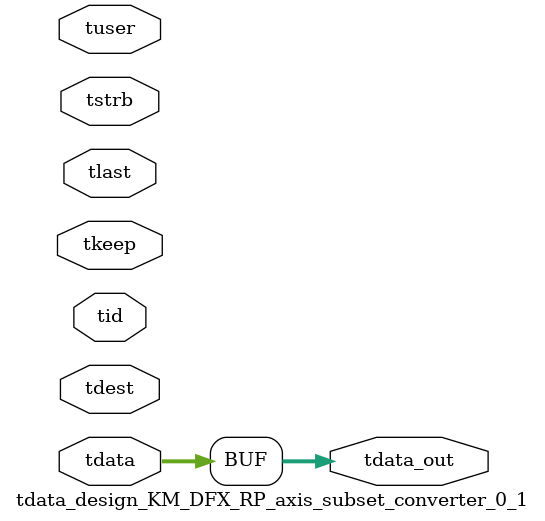
<source format=v>


`timescale 1ps/1ps

module tdata_design_KM_DFX_RP_axis_subset_converter_0_1 #
(
parameter C_S_AXIS_TDATA_WIDTH = 32,
parameter C_S_AXIS_TUSER_WIDTH = 0,
parameter C_S_AXIS_TID_WIDTH   = 0,
parameter C_S_AXIS_TDEST_WIDTH = 0,
parameter C_M_AXIS_TDATA_WIDTH = 32
)
(
input  [(C_S_AXIS_TDATA_WIDTH == 0 ? 1 : C_S_AXIS_TDATA_WIDTH)-1:0     ] tdata,
input  [(C_S_AXIS_TUSER_WIDTH == 0 ? 1 : C_S_AXIS_TUSER_WIDTH)-1:0     ] tuser,
input  [(C_S_AXIS_TID_WIDTH   == 0 ? 1 : C_S_AXIS_TID_WIDTH)-1:0       ] tid,
input  [(C_S_AXIS_TDEST_WIDTH == 0 ? 1 : C_S_AXIS_TDEST_WIDTH)-1:0     ] tdest,
input  [(C_S_AXIS_TDATA_WIDTH/8)-1:0 ] tkeep,
input  [(C_S_AXIS_TDATA_WIDTH/8)-1:0 ] tstrb,
input                                                                    tlast,
output [C_M_AXIS_TDATA_WIDTH-1:0] tdata_out
);

assign tdata_out = {tdata[63:0]};

endmodule


</source>
